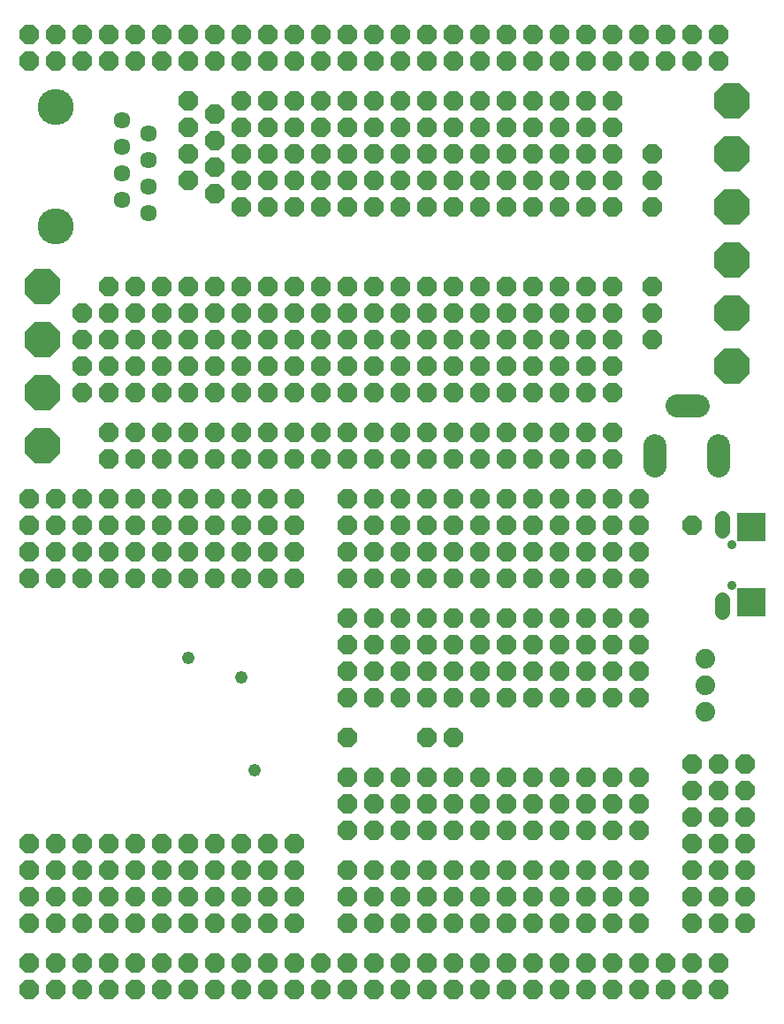
<source format=gbs>
G75*
%MOIN*%
%OFA0B0*%
%FSLAX25Y25*%
%IPPOS*%
%LPD*%
%AMOC8*
5,1,8,0,0,1.08239X$1,22.5*
%
%ADD10OC8,0.07100*%
%ADD11C,0.08674*%
%ADD12C,0.07400*%
%ADD13OC8,0.13300*%
%ADD14C,0.05556*%
%ADD15R,0.10643X0.10643*%
%ADD16C,0.03556*%
%ADD17C,0.06343*%
%ADD18C,0.13600*%
%ADD19C,0.04762*%
D10*
X0040953Y0036800D03*
X0040953Y0046800D03*
X0050953Y0046800D03*
X0050953Y0036800D03*
X0060953Y0036800D03*
X0060953Y0046800D03*
X0070953Y0046800D03*
X0080953Y0046800D03*
X0080953Y0036800D03*
X0070953Y0036800D03*
X0090953Y0036800D03*
X0090953Y0046800D03*
X0100953Y0046800D03*
X0100953Y0036800D03*
X0110953Y0036800D03*
X0110953Y0046800D03*
X0120953Y0046800D03*
X0120953Y0036800D03*
X0130953Y0036800D03*
X0140953Y0036800D03*
X0140953Y0046800D03*
X0130953Y0046800D03*
X0130953Y0061800D03*
X0140953Y0061800D03*
X0140953Y0071800D03*
X0130953Y0071800D03*
X0130953Y0081800D03*
X0140953Y0081800D03*
X0140953Y0091800D03*
X0130953Y0091800D03*
X0120953Y0091800D03*
X0120953Y0081800D03*
X0120953Y0071800D03*
X0120953Y0061800D03*
X0110953Y0061800D03*
X0110953Y0071800D03*
X0110953Y0081800D03*
X0110953Y0091800D03*
X0100953Y0091800D03*
X0100953Y0081800D03*
X0100953Y0071800D03*
X0100953Y0061800D03*
X0090953Y0061800D03*
X0090953Y0071800D03*
X0090953Y0081800D03*
X0090953Y0091800D03*
X0080953Y0091800D03*
X0080953Y0081800D03*
X0070953Y0081800D03*
X0070953Y0091800D03*
X0060953Y0091800D03*
X0060953Y0081800D03*
X0060953Y0071800D03*
X0060953Y0061800D03*
X0070953Y0061800D03*
X0080953Y0061800D03*
X0080953Y0071800D03*
X0070953Y0071800D03*
X0050953Y0071800D03*
X0050953Y0061800D03*
X0040953Y0061800D03*
X0040953Y0071800D03*
X0040953Y0081800D03*
X0040953Y0091800D03*
X0050953Y0091800D03*
X0050953Y0081800D03*
X0050953Y0191800D03*
X0060953Y0191800D03*
X0070953Y0191800D03*
X0080953Y0191800D03*
X0090953Y0191800D03*
X0100953Y0191800D03*
X0110953Y0191800D03*
X0120953Y0191800D03*
X0130953Y0191800D03*
X0140953Y0191800D03*
X0140953Y0201800D03*
X0140953Y0211800D03*
X0140953Y0221800D03*
X0130953Y0221800D03*
X0130953Y0211800D03*
X0130953Y0201800D03*
X0120953Y0201800D03*
X0120953Y0211800D03*
X0120953Y0221800D03*
X0110953Y0221800D03*
X0110953Y0211800D03*
X0110953Y0201800D03*
X0100953Y0201800D03*
X0100953Y0211800D03*
X0100953Y0221800D03*
X0090953Y0221800D03*
X0090953Y0211800D03*
X0090953Y0201800D03*
X0080953Y0201800D03*
X0080953Y0211800D03*
X0080953Y0221800D03*
X0070953Y0221800D03*
X0070953Y0211800D03*
X0070953Y0201800D03*
X0060953Y0201800D03*
X0060953Y0211800D03*
X0060953Y0221800D03*
X0050953Y0221800D03*
X0050953Y0211800D03*
X0050953Y0201800D03*
X0040953Y0201800D03*
X0040953Y0211800D03*
X0040953Y0221800D03*
X0040953Y0191800D03*
X0070953Y0236800D03*
X0080953Y0236800D03*
X0080953Y0246800D03*
X0070953Y0246800D03*
X0070953Y0261800D03*
X0080953Y0261800D03*
X0080953Y0271800D03*
X0080953Y0281800D03*
X0070953Y0281800D03*
X0070953Y0271800D03*
X0060953Y0271800D03*
X0060953Y0261800D03*
X0060953Y0281800D03*
X0060953Y0291800D03*
X0070953Y0291800D03*
X0080953Y0291800D03*
X0080953Y0301800D03*
X0070953Y0301800D03*
X0090953Y0301800D03*
X0090953Y0291800D03*
X0100953Y0291800D03*
X0100953Y0301800D03*
X0110953Y0301800D03*
X0110953Y0291800D03*
X0120953Y0291800D03*
X0120953Y0301800D03*
X0130953Y0301800D03*
X0140953Y0301800D03*
X0140953Y0291800D03*
X0130953Y0291800D03*
X0130953Y0281800D03*
X0140953Y0281800D03*
X0140953Y0271800D03*
X0140953Y0261800D03*
X0130953Y0261800D03*
X0130953Y0271800D03*
X0120953Y0271800D03*
X0120953Y0261800D03*
X0110953Y0261800D03*
X0110953Y0271800D03*
X0110953Y0281800D03*
X0120953Y0281800D03*
X0100953Y0281800D03*
X0100953Y0271800D03*
X0100953Y0261800D03*
X0090953Y0261800D03*
X0090953Y0271800D03*
X0090953Y0281800D03*
X0090953Y0246800D03*
X0090953Y0236800D03*
X0100953Y0236800D03*
X0100953Y0246800D03*
X0110953Y0246800D03*
X0110953Y0236800D03*
X0120953Y0236800D03*
X0120953Y0246800D03*
X0130953Y0246800D03*
X0140953Y0246800D03*
X0140953Y0236800D03*
X0130953Y0236800D03*
X0150953Y0236800D03*
X0150953Y0246800D03*
X0160953Y0246800D03*
X0160953Y0236800D03*
X0170953Y0236800D03*
X0170953Y0246800D03*
X0180953Y0246800D03*
X0180953Y0236800D03*
X0190953Y0236800D03*
X0200953Y0236800D03*
X0200953Y0246800D03*
X0190953Y0246800D03*
X0190953Y0261800D03*
X0200953Y0261800D03*
X0200953Y0271800D03*
X0200953Y0281800D03*
X0190953Y0281800D03*
X0190953Y0271800D03*
X0180953Y0271800D03*
X0180953Y0261800D03*
X0170953Y0261800D03*
X0170953Y0271800D03*
X0170953Y0281800D03*
X0180953Y0281800D03*
X0180953Y0291800D03*
X0180953Y0301800D03*
X0190953Y0301800D03*
X0200953Y0301800D03*
X0200953Y0291800D03*
X0190953Y0291800D03*
X0210953Y0291800D03*
X0210953Y0301800D03*
X0220953Y0301800D03*
X0220953Y0291800D03*
X0230953Y0291800D03*
X0230953Y0301800D03*
X0240953Y0301800D03*
X0240953Y0291800D03*
X0250953Y0291800D03*
X0260953Y0291800D03*
X0260953Y0301800D03*
X0250953Y0301800D03*
X0250953Y0281800D03*
X0260953Y0281800D03*
X0260953Y0271800D03*
X0260953Y0261800D03*
X0250953Y0261800D03*
X0250953Y0271800D03*
X0240953Y0271800D03*
X0240953Y0261800D03*
X0230953Y0261800D03*
X0230953Y0271800D03*
X0230953Y0281800D03*
X0240953Y0281800D03*
X0220953Y0281800D03*
X0220953Y0271800D03*
X0220953Y0261800D03*
X0210953Y0261800D03*
X0210953Y0271800D03*
X0210953Y0281800D03*
X0210953Y0246800D03*
X0210953Y0236800D03*
X0220953Y0236800D03*
X0220953Y0246800D03*
X0230953Y0246800D03*
X0230953Y0236800D03*
X0240953Y0236800D03*
X0240953Y0246800D03*
X0250953Y0246800D03*
X0260953Y0246800D03*
X0260953Y0236800D03*
X0250953Y0236800D03*
X0250953Y0221800D03*
X0260953Y0221800D03*
X0260953Y0211800D03*
X0260953Y0201800D03*
X0250953Y0201800D03*
X0250953Y0211800D03*
X0240953Y0211800D03*
X0240953Y0201800D03*
X0240953Y0191800D03*
X0250953Y0191800D03*
X0260953Y0191800D03*
X0270953Y0191800D03*
X0270953Y0201800D03*
X0270953Y0211800D03*
X0270953Y0221800D03*
X0290953Y0211800D03*
X0270953Y0176800D03*
X0270953Y0166800D03*
X0270953Y0156800D03*
X0270953Y0146800D03*
X0260953Y0146800D03*
X0260953Y0156800D03*
X0260953Y0166800D03*
X0250953Y0166800D03*
X0250953Y0156800D03*
X0250953Y0146800D03*
X0240953Y0146800D03*
X0240953Y0156800D03*
X0240953Y0166800D03*
X0240953Y0176800D03*
X0250953Y0176800D03*
X0260953Y0176800D03*
X0230953Y0176800D03*
X0230953Y0166800D03*
X0230953Y0156800D03*
X0230953Y0146800D03*
X0220953Y0146800D03*
X0220953Y0156800D03*
X0220953Y0166800D03*
X0220953Y0176800D03*
X0210953Y0176800D03*
X0210953Y0166800D03*
X0210953Y0156800D03*
X0210953Y0146800D03*
X0200953Y0146800D03*
X0200953Y0156800D03*
X0200953Y0166800D03*
X0190953Y0166800D03*
X0190953Y0156800D03*
X0190953Y0146800D03*
X0180953Y0146800D03*
X0180953Y0156800D03*
X0180953Y0166800D03*
X0180953Y0176800D03*
X0190953Y0176800D03*
X0200953Y0176800D03*
X0200953Y0191800D03*
X0190953Y0191800D03*
X0190953Y0201800D03*
X0200953Y0201800D03*
X0200953Y0211800D03*
X0200953Y0221800D03*
X0190953Y0221800D03*
X0190953Y0211800D03*
X0180953Y0211800D03*
X0180953Y0201800D03*
X0180953Y0191800D03*
X0170953Y0191800D03*
X0170953Y0201800D03*
X0170953Y0211800D03*
X0170953Y0221800D03*
X0180953Y0221800D03*
X0160953Y0221800D03*
X0160953Y0211800D03*
X0160953Y0201800D03*
X0160953Y0191800D03*
X0160953Y0176800D03*
X0170953Y0176800D03*
X0170953Y0166800D03*
X0170953Y0156800D03*
X0170953Y0146800D03*
X0160953Y0146800D03*
X0160953Y0156800D03*
X0160953Y0166800D03*
X0160953Y0131800D03*
X0160953Y0116800D03*
X0170953Y0116800D03*
X0180953Y0116800D03*
X0190953Y0116800D03*
X0200953Y0116800D03*
X0210953Y0116800D03*
X0220953Y0116800D03*
X0230953Y0116800D03*
X0240953Y0116800D03*
X0250953Y0116800D03*
X0260953Y0116800D03*
X0270953Y0116800D03*
X0270953Y0106800D03*
X0270953Y0096800D03*
X0260953Y0096800D03*
X0260953Y0106800D03*
X0250953Y0106800D03*
X0250953Y0096800D03*
X0240953Y0096800D03*
X0240953Y0106800D03*
X0230953Y0106800D03*
X0230953Y0096800D03*
X0220953Y0096800D03*
X0220953Y0106800D03*
X0210953Y0106800D03*
X0210953Y0096800D03*
X0200953Y0096800D03*
X0200953Y0106800D03*
X0190953Y0106800D03*
X0190953Y0096800D03*
X0180953Y0096800D03*
X0180953Y0106800D03*
X0170953Y0106800D03*
X0170953Y0096800D03*
X0160953Y0096800D03*
X0160953Y0106800D03*
X0160953Y0081800D03*
X0170953Y0081800D03*
X0180953Y0081800D03*
X0190953Y0081800D03*
X0200953Y0081800D03*
X0210953Y0081800D03*
X0220953Y0081800D03*
X0230953Y0081800D03*
X0240953Y0081800D03*
X0250953Y0081800D03*
X0260953Y0081800D03*
X0270953Y0081800D03*
X0270953Y0071800D03*
X0270953Y0061800D03*
X0260953Y0061800D03*
X0260953Y0071800D03*
X0250953Y0071800D03*
X0250953Y0061800D03*
X0240953Y0061800D03*
X0240953Y0071800D03*
X0230953Y0071800D03*
X0230953Y0061800D03*
X0220953Y0061800D03*
X0220953Y0071800D03*
X0210953Y0071800D03*
X0210953Y0061800D03*
X0200953Y0061800D03*
X0200953Y0071800D03*
X0190953Y0071800D03*
X0190953Y0061800D03*
X0180953Y0061800D03*
X0180953Y0071800D03*
X0170953Y0071800D03*
X0170953Y0061800D03*
X0160953Y0061800D03*
X0160953Y0071800D03*
X0160953Y0046800D03*
X0160953Y0036800D03*
X0170953Y0036800D03*
X0170953Y0046800D03*
X0180953Y0046800D03*
X0180953Y0036800D03*
X0190953Y0036800D03*
X0200953Y0036800D03*
X0200953Y0046800D03*
X0190953Y0046800D03*
X0210953Y0046800D03*
X0210953Y0036800D03*
X0220953Y0036800D03*
X0220953Y0046800D03*
X0230953Y0046800D03*
X0230953Y0036800D03*
X0240953Y0036800D03*
X0240953Y0046800D03*
X0250953Y0046800D03*
X0260953Y0046800D03*
X0260953Y0036800D03*
X0250953Y0036800D03*
X0270953Y0036800D03*
X0270953Y0046800D03*
X0280953Y0046800D03*
X0280953Y0036800D03*
X0290953Y0036800D03*
X0290953Y0046800D03*
X0300953Y0046800D03*
X0300953Y0036800D03*
X0300953Y0061800D03*
X0300953Y0071800D03*
X0310953Y0071800D03*
X0310953Y0061800D03*
X0310953Y0081800D03*
X0310953Y0091800D03*
X0310953Y0101800D03*
X0310953Y0111800D03*
X0310953Y0121800D03*
X0300953Y0121800D03*
X0300953Y0111800D03*
X0300953Y0101800D03*
X0300953Y0091800D03*
X0300953Y0081800D03*
X0290953Y0081800D03*
X0290953Y0091800D03*
X0290953Y0101800D03*
X0290953Y0111800D03*
X0290953Y0121800D03*
X0290953Y0071800D03*
X0290953Y0061800D03*
X0200953Y0131800D03*
X0190953Y0131800D03*
X0210953Y0191800D03*
X0220953Y0191800D03*
X0230953Y0191800D03*
X0230953Y0201800D03*
X0230953Y0211800D03*
X0230953Y0221800D03*
X0240953Y0221800D03*
X0220953Y0221800D03*
X0220953Y0211800D03*
X0220953Y0201800D03*
X0210953Y0201800D03*
X0210953Y0211800D03*
X0210953Y0221800D03*
X0160953Y0261800D03*
X0160953Y0271800D03*
X0160953Y0281800D03*
X0160953Y0291800D03*
X0160953Y0301800D03*
X0170953Y0301800D03*
X0170953Y0291800D03*
X0150953Y0291800D03*
X0150953Y0301800D03*
X0150953Y0281800D03*
X0150953Y0271800D03*
X0150953Y0261800D03*
X0150953Y0331800D03*
X0150953Y0341800D03*
X0160953Y0341800D03*
X0160953Y0331800D03*
X0170953Y0331800D03*
X0170953Y0341800D03*
X0180953Y0341800D03*
X0180953Y0331800D03*
X0190953Y0331800D03*
X0200953Y0331800D03*
X0200953Y0341800D03*
X0190953Y0341800D03*
X0190953Y0351800D03*
X0200953Y0351800D03*
X0200953Y0361800D03*
X0200953Y0371800D03*
X0190953Y0371800D03*
X0190953Y0361800D03*
X0180953Y0361800D03*
X0180953Y0351800D03*
X0170953Y0351800D03*
X0170953Y0361800D03*
X0170953Y0371800D03*
X0180953Y0371800D03*
X0180953Y0386800D03*
X0180953Y0396800D03*
X0190953Y0396800D03*
X0200953Y0396800D03*
X0200953Y0386800D03*
X0190953Y0386800D03*
X0210953Y0386800D03*
X0210953Y0396800D03*
X0220953Y0396800D03*
X0220953Y0386800D03*
X0230953Y0386800D03*
X0230953Y0396800D03*
X0240953Y0396800D03*
X0240953Y0386800D03*
X0250953Y0386800D03*
X0260953Y0386800D03*
X0260953Y0396800D03*
X0250953Y0396800D03*
X0270953Y0396800D03*
X0270953Y0386800D03*
X0280953Y0386800D03*
X0280953Y0396800D03*
X0290953Y0396800D03*
X0290953Y0386800D03*
X0300953Y0386800D03*
X0300953Y0396800D03*
X0275953Y0351800D03*
X0275953Y0341800D03*
X0275953Y0331800D03*
X0260953Y0331800D03*
X0260953Y0341800D03*
X0250953Y0341800D03*
X0250953Y0331800D03*
X0240953Y0331800D03*
X0240953Y0341800D03*
X0240953Y0351800D03*
X0240953Y0361800D03*
X0240953Y0371800D03*
X0250953Y0371800D03*
X0260953Y0371800D03*
X0260953Y0361800D03*
X0260953Y0351800D03*
X0250953Y0351800D03*
X0250953Y0361800D03*
X0230953Y0361800D03*
X0230953Y0351800D03*
X0230953Y0341800D03*
X0230953Y0331800D03*
X0220953Y0331800D03*
X0220953Y0341800D03*
X0220953Y0351800D03*
X0220953Y0361800D03*
X0220953Y0371800D03*
X0230953Y0371800D03*
X0210953Y0371800D03*
X0210953Y0361800D03*
X0210953Y0351800D03*
X0210953Y0341800D03*
X0210953Y0331800D03*
X0170953Y0386800D03*
X0170953Y0396800D03*
X0160953Y0396800D03*
X0160953Y0386800D03*
X0150953Y0386800D03*
X0150953Y0396800D03*
X0140953Y0396800D03*
X0140953Y0386800D03*
X0130953Y0386800D03*
X0130953Y0396800D03*
X0120953Y0396800D03*
X0120953Y0386800D03*
X0110953Y0386800D03*
X0110953Y0396800D03*
X0100953Y0396800D03*
X0100953Y0386800D03*
X0090953Y0386800D03*
X0090953Y0396800D03*
X0080953Y0396800D03*
X0080953Y0386800D03*
X0070953Y0386800D03*
X0070953Y0396800D03*
X0060953Y0396800D03*
X0060953Y0386800D03*
X0050953Y0386800D03*
X0050953Y0396800D03*
X0040953Y0396800D03*
X0040953Y0386800D03*
X0100953Y0371800D03*
X0100953Y0361800D03*
X0100953Y0351800D03*
X0100953Y0341800D03*
X0110953Y0336800D03*
X0110953Y0346800D03*
X0110953Y0356800D03*
X0110953Y0366800D03*
X0120953Y0361800D03*
X0120953Y0351800D03*
X0130953Y0351800D03*
X0140953Y0351800D03*
X0140953Y0361800D03*
X0140953Y0371800D03*
X0130953Y0371800D03*
X0130953Y0361800D03*
X0120953Y0371800D03*
X0120953Y0341800D03*
X0120953Y0331800D03*
X0130953Y0331800D03*
X0140953Y0331800D03*
X0140953Y0341800D03*
X0130953Y0341800D03*
X0150953Y0351800D03*
X0150953Y0361800D03*
X0150953Y0371800D03*
X0160953Y0371800D03*
X0160953Y0361800D03*
X0160953Y0351800D03*
X0275953Y0301800D03*
X0275953Y0291800D03*
X0275953Y0281800D03*
X0150953Y0046800D03*
X0150953Y0036800D03*
D11*
X0277173Y0234044D02*
X0277173Y0241918D01*
X0285441Y0256879D02*
X0293315Y0256879D01*
X0301189Y0241918D02*
X0301189Y0234044D01*
D12*
X0296189Y0161524D03*
X0296189Y0151524D03*
X0296189Y0141524D03*
D13*
X0305953Y0271800D03*
X0305953Y0291800D03*
X0305953Y0311800D03*
X0305953Y0331800D03*
X0305953Y0351800D03*
X0305953Y0371800D03*
X0045953Y0301800D03*
X0045953Y0281800D03*
X0045953Y0261800D03*
X0045953Y0241800D03*
D14*
X0302409Y0214548D02*
X0302409Y0209792D01*
X0302409Y0183808D02*
X0302409Y0179052D01*
D15*
X0313433Y0182627D03*
X0313433Y0210973D03*
D16*
X0305953Y0204477D03*
X0305953Y0189123D03*
D17*
X0085953Y0329300D03*
X0085953Y0339300D03*
X0085953Y0349300D03*
X0085953Y0359300D03*
X0075953Y0354300D03*
X0075953Y0344300D03*
X0075953Y0334300D03*
X0075953Y0364300D03*
D18*
X0050953Y0369300D03*
X0050953Y0324300D03*
D19*
X0100953Y0161800D03*
X0120953Y0154300D03*
X0125953Y0119300D03*
M02*

</source>
